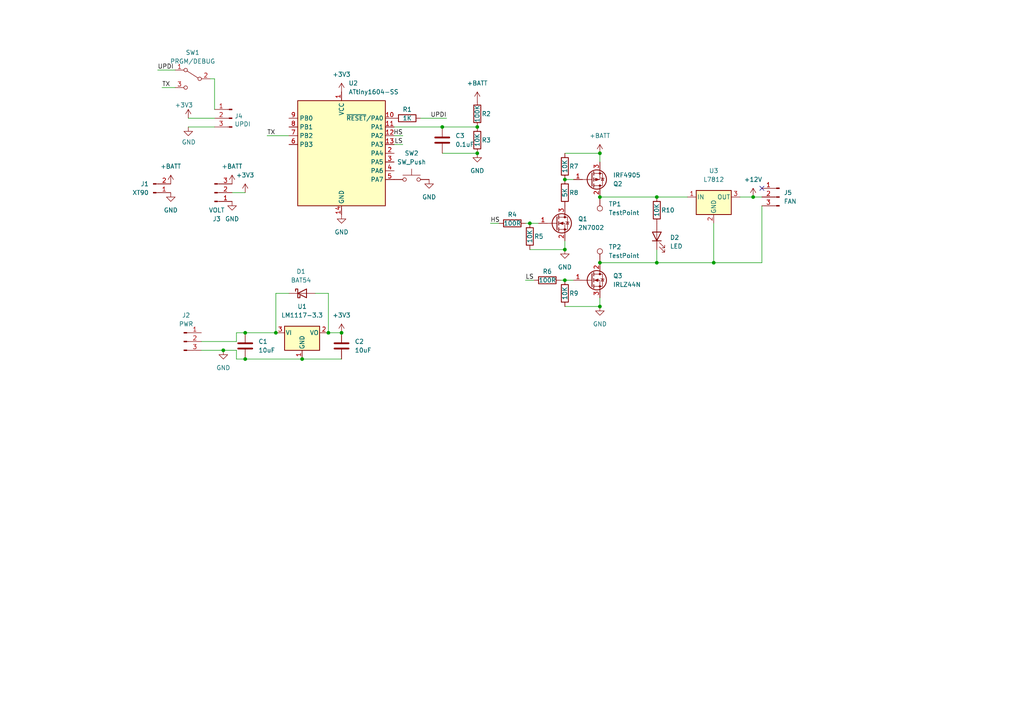
<source format=kicad_sch>
(kicad_sch (version 20211123) (generator eeschema)
  (paper "A4")
  (lib_symbols
    (symbol "Connector:Conn_01x02_Male" (pin_names (offset 1.016) hide)
      (property "Reference" "J" (at 0 2.54 0))
      (property "Value" "Conn_01x02_Male" (at 0 -5.08 0))
      (symbol "Conn_01x02_Male_1_1"
        (polyline (pts (xy 1.27 -2.54) (xy 0.8636 -2.54)) (stroke (width 0.1524)))
        (polyline (pts (xy 1.27 0) (xy 0.8636 0)) (stroke (width 0.1524)))
        (rectangle (start 0.8636 -2.413) (end 0 -2.667) (stroke (width 0.1524)) (fill (type outline)))
        (rectangle (start 0.8636 0.127) (end 0 -0.127) (stroke (width 0.1524)) (fill (type outline)))
        (pin passive line (at 5.08 0 180) (length 3.81) (name "Pin_1") (number "1"))
        (pin passive line (at 5.08 -2.54 180) (length 3.81) (name "Pin_2") (number "2"))
      )
    )
    (symbol "Connector:Conn_01x03_Male" (pin_names (offset 1.016) hide)
      (property "Reference" "J" (at 0 5.08 0))
      (property "Value" "Conn_01x03_Male" (at 0 -5.08 0))
      (symbol "Conn_01x03_Male_1_1"
        (polyline (pts (xy 1.27 -2.54) (xy 0.8636 -2.54)) (stroke (width 0.1524)))
        (polyline (pts (xy 1.27 0) (xy 0.8636 0)) (stroke (width 0.1524)))
        (polyline (pts (xy 1.27 2.54) (xy 0.8636 2.54)) (stroke (width 0.1524)))
        (rectangle (start 0.8636 -2.413) (end 0 -2.667) (stroke (width 0.1524)) (fill (type outline)))
        (rectangle (start 0.8636 0.127) (end 0 -0.127) (stroke (width 0.1524)) (fill (type outline)))
        (rectangle (start 0.8636 2.667) (end 0 2.413) (stroke (width 0.1524)) (fill (type outline)))
        (pin passive line (at 5.08 2.54 180) (length 3.81) (name "Pin_1") (number "1"))
        (pin passive line (at 5.08 0 180) (length 3.81) (name "Pin_2") (number "2"))
        (pin passive line (at 5.08 -2.54 180) (length 3.81) (name "Pin_3") (number "3"))
      )
    )
    (symbol "Connector:TestPoint" (pin_numbers hide) (pin_names (offset 0.762) hide)
      (property "Reference" "TP" (at 0 6.858 0))
      (property "Value" "TestPoint" (at 0 5.08 0))
      (symbol "TestPoint_0_1"
        (circle (center 0 3.302) (radius 0.762))
      )
      (symbol "TestPoint_1_1"
        (pin passive line (at 0 0 90) (length 2.54) (name "1") (number "1"))
      )
    )
    (symbol "Device:C" (pin_numbers hide) (pin_names (offset 0.254))
      (property "Reference" "C" (at 0.635 2.54 0))
      (property "Value" "C" (at 0.635 -2.54 0))
      (symbol "C_0_1"
        (polyline (pts (xy -2.032 -0.762) (xy 2.032 -0.762)) (stroke (width 0.508)))
        (polyline (pts (xy -2.032 0.762) (xy 2.032 0.762)) (stroke (width 0.508)))
      )
      (symbol "C_1_1"
        (pin passive line (at 0 3.81 270) (length 2.794) (name "~") (number "1"))
        (pin passive line (at 0 -3.81 90) (length 2.794) (name "~") (number "2"))
      )
    )
    (symbol "Device:D_Schottky" (pin_numbers hide) (pin_names (offset 1.016) hide)
      (property "Reference" "D" (at 0 2.54 0))
      (property "Value" "D_Schottky" (at 0 -2.54 0))
      (symbol "D_Schottky_0_1"
        (polyline (pts (xy 1.27 0) (xy -1.27 0)))
        (polyline (pts (xy 1.27 1.27) (xy 1.27 -1.27) (xy -1.27 0) (xy 1.27 1.27)) (stroke (width 0.254)))
        (polyline (pts (xy -1.905 0.635) (xy -1.905 1.27) (xy -1.27 1.27) (xy -1.27 -1.27) (xy -0.635 -1.27) (xy -0.635 -0.635)) (stroke (width 0.254)))
      )
      (symbol "D_Schottky_1_1"
        (pin passive line (at -3.81 0 0) (length 2.54) (name "K") (number "1"))
        (pin passive line (at 3.81 0 180) (length 2.54) (name "A") (number "2"))
      )
    )
    (symbol "Device:LED" (pin_numbers hide) (pin_names (offset 1.016) hide)
      (property "Reference" "D" (at 0 2.54 0))
      (property "Value" "LED" (at 0 -2.54 0))
      (symbol "LED_0_1"
        (polyline (pts (xy -1.27 -1.27) (xy -1.27 1.27)) (stroke (width 0.254)))
        (polyline (pts (xy -1.27 0) (xy 1.27 0)))
        (polyline (pts (xy 1.27 -1.27) (xy 1.27 1.27) (xy -1.27 0) (xy 1.27 -1.27)) (stroke (width 0.254)))
        (polyline (pts (xy -3.048 -0.762) (xy -4.572 -2.286) (xy -3.81 -2.286) (xy -4.572 -2.286) (xy -4.572 -1.524)))
        (polyline (pts (xy -1.778 -0.762) (xy -3.302 -2.286) (xy -2.54 -2.286) (xy -3.302 -2.286) (xy -3.302 -1.524)))
      )
      (symbol "LED_1_1"
        (pin passive line (at -3.81 0 0) (length 2.54) (name "K") (number "1"))
        (pin passive line (at 3.81 0 180) (length 2.54) (name "A") (number "2"))
      )
    )
    (symbol "Device:R" (pin_numbers hide) (pin_names (offset 0))
      (property "Reference" "R" (at 2.032 0 90))
      (property "Value" "R" (at 0 0 90))
      (symbol "R_0_1"
        (rectangle (start -1.016 -2.54) (end 1.016 2.54) (stroke (width 0.254)))
      )
      (symbol "R_1_1"
        (pin passive line (at 0 3.81 270) (length 1.27) (name "~") (number "1"))
        (pin passive line (at 0 -3.81 90) (length 1.27) (name "~") (number "2"))
      )
    )
    (symbol "MCU_Microchip_ATtiny:ATtiny1604-SS"
      (property "Reference" "U" (at -12.7 16.51 0))
      (property "Value" "ATtiny1604-SS" (at 2.54 -16.51 0))
      (symbol "ATtiny1604-SS_0_1"
        (rectangle (start -12.7 -15.24) (end 12.7 15.24) (stroke (width 0.254)) (fill (type background)))
      )
      (symbol "ATtiny1604-SS_1_1"
        (pin power_in line (at 0 17.78 270) (length 2.54) (name "VCC") (number "1"))
        (pin bidirectional line (at 15.24 10.16 180) (length 2.54) (name "~{RESET}/PA0") (number "10"))
        (pin bidirectional line (at 15.24 7.62 180) (length 2.54) (name "PA1") (number "11"))
        (pin bidirectional line (at 15.24 5.08 180) (length 2.54) (name "PA2") (number "12"))
        (pin bidirectional line (at 15.24 2.54 180) (length 2.54) (name "PA3") (number "13"))
        (pin power_in line (at 0 -17.78 90) (length 2.54) (name "GND") (number "14"))
        (pin bidirectional line (at 15.24 0 180) (length 2.54) (name "PA4") (number "2"))
        (pin bidirectional line (at 15.24 -2.54 180) (length 2.54) (name "PA5") (number "3"))
        (pin bidirectional line (at 15.24 -5.08 180) (length 2.54) (name "PA6") (number "4"))
        (pin bidirectional line (at 15.24 -7.62 180) (length 2.54) (name "PA7") (number "5"))
        (pin bidirectional line (at -15.24 2.54 0) (length 2.54) (name "PB3") (number "6"))
        (pin bidirectional line (at -15.24 5.08 0) (length 2.54) (name "PB2") (number "7"))
        (pin bidirectional line (at -15.24 7.62 0) (length 2.54) (name "PB1") (number "8"))
        (pin bidirectional line (at -15.24 10.16 0) (length 2.54) (name "PB0") (number "9"))
      )
    )
    (symbol "Regulator_Linear:L7812" (pin_names (offset 0.254))
      (property "Reference" "U" (at -3.81 3.175 0))
      (property "Value" "L7812" (at 0 3.175 0))
      (symbol "L7812_0_1"
        (rectangle (start -5.08 1.905) (end 5.08 -5.08) (stroke (width 0.254)) (fill (type background)))
      )
      (symbol "L7812_1_1"
        (pin power_in line (at -7.62 0 0) (length 2.54) (name "IN") (number "1"))
        (pin power_in line (at 0 -7.62 90) (length 2.54) (name "GND") (number "2"))
        (pin power_out line (at 7.62 0 180) (length 2.54) (name "OUT") (number "3"))
      )
    )
    (symbol "Regulator_Linear:LM1117-3.3" (pin_names (offset 0.254))
      (property "Reference" "U" (at -3.81 3.175 0))
      (property "Value" "LM1117-3.3" (at 0 3.175 0))
      (symbol "LM1117-3.3_0_1"
        (rectangle (start -5.08 -5.08) (end 5.08 1.905) (stroke (width 0.254)) (fill (type background)))
      )
      (symbol "LM1117-3.3_1_1"
        (pin power_in line (at 0 -7.62 90) (length 2.54) (name "GND") (number "1"))
        (pin power_out line (at 7.62 0 180) (length 2.54) (name "VO") (number "2"))
        (pin power_in line (at -7.62 0 0) (length 2.54) (name "VI") (number "3"))
      )
    )
    (symbol "Switch:SW_Push" (pin_numbers hide) (pin_names (offset 1.016) hide)
      (property "Reference" "SW" (at 1.27 2.54 0))
      (property "Value" "SW_Push" (at 0 -1.524 0))
      (symbol "SW_Push_0_1"
        (circle (center -2.032 0) (radius 0.508))
        (polyline (pts (xy 0 1.27) (xy 0 3.048)))
        (polyline (pts (xy 2.54 1.27) (xy -2.54 1.27)))
        (circle (center 2.032 0) (radius 0.508))
        (pin passive line (at -5.08 0 0) (length 2.54) (name "1") (number "1"))
        (pin passive line (at 5.08 0 180) (length 2.54) (name "2") (number "2"))
      )
    )
    (symbol "Switch:SW_SPDT" (pin_names (offset 0) hide)
      (property "Reference" "SW" (at 0 4.318 0))
      (property "Value" "SW_SPDT" (at 0 -5.08 0))
      (symbol "SW_SPDT_0_0"
        (circle (center -2.032 0) (radius 0.508))
        (circle (center 2.032 -2.54) (radius 0.508))
      )
      (symbol "SW_SPDT_0_1"
        (polyline (pts (xy -1.524 0.254) (xy 1.651 2.286)))
        (circle (center 2.032 2.54) (radius 0.508))
      )
      (symbol "SW_SPDT_1_1"
        (pin passive line (at 5.08 2.54 180) (length 2.54) (name "A") (number "1"))
        (pin passive line (at -5.08 0 0) (length 2.54) (name "B") (number "2"))
        (pin passive line (at 5.08 -2.54 180) (length 2.54) (name "C") (number "3"))
      )
    )
    (symbol "Transistor_FET:2N7002" (pin_names hide)
      (property "Reference" "Q" (at 5.08 1.905 0))
      (property "Value" "2N7002" (at 5.08 0 0))
      (symbol "2N7002_0_1"
        (polyline (pts (xy 0.254 0) (xy -2.54 0)))
        (polyline (pts (xy 0.254 1.905) (xy 0.254 -1.905)) (stroke (width 0.254)))
        (polyline (pts (xy 0.762 -1.27) (xy 0.762 -2.286)) (stroke (width 0.254)))
        (polyline (pts (xy 0.762 0.508) (xy 0.762 -0.508)) (stroke (width 0.254)))
        (polyline (pts (xy 0.762 2.286) (xy 0.762 1.27)) (stroke (width 0.254)))
        (polyline (pts (xy 2.54 2.54) (xy 2.54 1.778)))
        (polyline (pts (xy 2.54 -2.54) (xy 2.54 0) (xy 0.762 0)))
        (polyline (pts (xy 0.762 -1.778) (xy 3.302 -1.778) (xy 3.302 1.778) (xy 0.762 1.778)))
        (polyline (pts (xy 1.016 0) (xy 2.032 0.381) (xy 2.032 -0.381) (xy 1.016 0)) (fill (type outline)))
        (polyline (pts (xy 2.794 0.508) (xy 2.921 0.381) (xy 3.683 0.381) (xy 3.81 0.254)))
        (polyline (pts (xy 3.302 0.381) (xy 2.921 -0.254) (xy 3.683 -0.254) (xy 3.302 0.381)))
        (circle (center 1.651 0) (radius 2.794) (stroke (width 0.254)))
        (circle (center 2.54 -1.778) (radius 0.254) (fill (type outline)))
        (circle (center 2.54 1.778) (radius 0.254) (fill (type outline)))
      )
      (symbol "2N7002_1_1"
        (pin input line (at -5.08 0 0) (length 2.54) (name "G") (number "1"))
        (pin passive line (at 2.54 -5.08 90) (length 2.54) (name "S") (number "2"))
        (pin passive line (at 2.54 5.08 270) (length 2.54) (name "D") (number "3"))
      )
    )
    (symbol "Transistor_FET:IRF4905" (pin_names hide)
      (property "Reference" "Q" (at 5.08 1.905 0))
      (property "Value" "IRF4905" (at 5.08 0 0))
      (symbol "IRF4905_0_1"
        (polyline (pts (xy 0.254 0) (xy -2.54 0)))
        (polyline (pts (xy 0.254 1.905) (xy 0.254 -1.905)) (stroke (width 0.254)))
        (polyline (pts (xy 0.762 -1.27) (xy 0.762 -2.286)) (stroke (width 0.254)))
        (polyline (pts (xy 0.762 0.508) (xy 0.762 -0.508)) (stroke (width 0.254)))
        (polyline (pts (xy 0.762 2.286) (xy 0.762 1.27)) (stroke (width 0.254)))
        (polyline (pts (xy 2.54 2.54) (xy 2.54 1.778)))
        (polyline (pts (xy 2.54 -2.54) (xy 2.54 0) (xy 0.762 0)))
        (polyline (pts (xy 0.762 1.778) (xy 3.302 1.778) (xy 3.302 -1.778) (xy 0.762 -1.778)))
        (polyline (pts (xy 2.286 0) (xy 1.27 0.381) (xy 1.27 -0.381) (xy 2.286 0)) (fill (type outline)))
        (polyline (pts (xy 2.794 -0.508) (xy 2.921 -0.381) (xy 3.683 -0.381) (xy 3.81 -0.254)))
        (polyline (pts (xy 3.302 -0.381) (xy 2.921 0.254) (xy 3.683 0.254) (xy 3.302 -0.381)))
        (circle (center 1.651 0) (radius 2.794) (stroke (width 0.254)))
        (circle (center 2.54 -1.778) (radius 0.254) (fill (type outline)))
        (circle (center 2.54 1.778) (radius 0.254) (fill (type outline)))
      )
      (symbol "IRF4905_1_1"
        (pin input line (at -5.08 0 0) (length 2.54) (name "G") (number "1"))
        (pin passive line (at 2.54 5.08 270) (length 2.54) (name "D") (number "2"))
        (pin passive line (at 2.54 -5.08 90) (length 2.54) (name "S") (number "3"))
      )
    )
    (symbol "Transistor_FET:IRLZ44N" (pin_names hide)
      (property "Reference" "Q" (at 6.35 1.905 0))
      (property "Value" "IRLZ44N" (at 6.35 0 0))
      (symbol "IRLZ44N_0_1"
        (polyline (pts (xy 0.254 0) (xy -2.54 0)))
        (polyline (pts (xy 0.254 1.905) (xy 0.254 -1.905)) (stroke (width 0.254)))
        (polyline (pts (xy 0.762 -1.27) (xy 0.762 -2.286)) (stroke (width 0.254)))
        (polyline (pts (xy 0.762 0.508) (xy 0.762 -0.508)) (stroke (width 0.254)))
        (polyline (pts (xy 0.762 2.286) (xy 0.762 1.27)) (stroke (width 0.254)))
        (polyline (pts (xy 2.54 2.54) (xy 2.54 1.778)))
        (polyline (pts (xy 2.54 -2.54) (xy 2.54 0) (xy 0.762 0)))
        (polyline (pts (xy 0.762 -1.778) (xy 3.302 -1.778) (xy 3.302 1.778) (xy 0.762 1.778)))
        (polyline (pts (xy 1.016 0) (xy 2.032 0.381) (xy 2.032 -0.381) (xy 1.016 0)) (fill (type outline)))
        (polyline (pts (xy 2.794 0.508) (xy 2.921 0.381) (xy 3.683 0.381) (xy 3.81 0.254)))
        (polyline (pts (xy 3.302 0.381) (xy 2.921 -0.254) (xy 3.683 -0.254) (xy 3.302 0.381)))
        (circle (center 1.651 0) (radius 2.794) (stroke (width 0.254)))
        (circle (center 2.54 -1.778) (radius 0.254) (fill (type outline)))
        (circle (center 2.54 1.778) (radius 0.254) (fill (type outline)))
      )
      (symbol "IRLZ44N_1_1"
        (pin input line (at -5.08 0 0) (length 2.54) (name "G") (number "1"))
        (pin passive line (at 2.54 5.08 270) (length 2.54) (name "D") (number "2"))
        (pin passive line (at 2.54 -5.08 90) (length 2.54) (name "S") (number "3"))
      )
    )
    (symbol "power:+12V" (power) (pin_names (offset 0))
      (property "Value" "+12V" (at 0 3.556 0))
      (symbol "+12V_0_1"
        (polyline (pts (xy -0.762 1.27) (xy 0 2.54)))
        (polyline (pts (xy 0 0) (xy 0 2.54)))
        (polyline (pts (xy 0 2.54) (xy 0.762 1.27)))
      )
      (symbol "+12V_1_1"
        (pin power_in line (at 0 0 90) (length 0) hide (name "+12V") (number "1"))
      )
    )
    (symbol "power:+3V3" (power) (pin_names (offset 0))
      (property "Value" "+3V3" (at 0 3.556 0))
      (symbol "+3V3_0_1"
        (polyline (pts (xy -0.762 1.27) (xy 0 2.54)))
        (polyline (pts (xy 0 0) (xy 0 2.54)))
        (polyline (pts (xy 0 2.54) (xy 0.762 1.27)))
      )
      (symbol "+3V3_1_1"
        (pin power_in line (at 0 0 90) (length 0) hide (name "+3V3") (number "1"))
      )
    )
    (symbol "power:+BATT" (power) (pin_names (offset 0))
      (property "Value" "+BATT" (at 0 3.556 0))
      (symbol "+BATT_0_1"
        (polyline (pts (xy -0.762 1.27) (xy 0 2.54)))
        (polyline (pts (xy 0 0) (xy 0 2.54)))
        (polyline (pts (xy 0 2.54) (xy 0.762 1.27)))
      )
      (symbol "+BATT_1_1"
        (pin power_in line (at 0 0 90) (length 0) hide (name "+BATT") (number "1"))
      )
    )
    (symbol "power:GND" (power) (pin_names (offset 0))
      (property "Value" "GND" (at 0 -3.81 0))
      (symbol "GND_0_1"
        (polyline (pts (xy 0 0) (xy 0 -1.27) (xy 1.27 -1.27) (xy 0 -2.54) (xy -1.27 -1.27) (xy 0 -1.27)))
      )
      (symbol "GND_1_1"
        (pin power_in line (at 0 0 270) (length 0) hide (name "GND") (number "1"))
      )
    )
  )
  (junction (at 95.25 96.52))
  (junction (at 153.67 64.77))
  (junction (at 163.83 81.28))
  (junction (at 71.12 104.14))
  (junction (at 173.99 57.15))
  (junction (at 173.99 44.45))
  (junction (at 80.01 96.52))
  (junction (at 190.5 57.15))
  (junction (at 128.27 36.83))
  (junction (at 218.44 57.15))
  (junction (at 207.01 76.2))
  (junction (at 99.06 96.52))
  (junction (at 64.77 101.6))
  (junction (at 190.5 76.2))
  (junction (at 163.83 52.07))
  (junction (at 87.63 104.14))
  (junction (at 138.43 44.45))
  (junction (at 163.83 72.39))
  (junction (at 138.43 36.83))
  (junction (at 173.99 76.2))
  (junction (at 71.12 96.52))
  (junction (at 173.99 88.9))
  (no_connect (at 220.98 54.61))
  (wire (pts (xy 50.8 25.4) (xy 46.99 25.4)))
  (wire (pts (xy 218.44 57.15) (xy 220.98 57.15)))
  (wire (pts (xy 173.99 57.15) (xy 190.5 57.15)))
  (wire (pts (xy 128.27 44.45) (xy 138.43 44.45)))
  (wire (pts (xy 68.58 104.14) (xy 71.12 104.14)))
  (wire (pts (xy 68.58 96.52) (xy 71.12 96.52)))
  (wire (pts (xy 50.8 20.32) (xy 45.72 20.32)))
  (wire (pts (xy 163.83 52.07) (xy 166.37 52.07)))
  (wire (pts (xy 152.4 81.28) (xy 154.94 81.28)))
  (wire (pts (xy 58.42 101.6) (xy 64.77 101.6)))
  (wire (pts (xy 83.82 39.37) (xy 77.47 39.37)))
  (wire (pts (xy 114.3 36.83) (xy 128.27 36.83)))
  (wire (pts (xy 58.42 99.06) (xy 68.58 99.06)))
  (wire (pts (xy 62.23 22.86) (xy 62.23 31.75)))
  (wire (pts (xy 190.5 72.39) (xy 190.5 76.2)))
  (wire (pts (xy 173.99 88.9) (xy 173.99 86.36)))
  (wire (pts (xy 163.83 44.45) (xy 173.99 44.45)))
  (wire (pts (xy 214.63 57.15) (xy 218.44 57.15)))
  (wire (pts (xy 153.67 64.77) (xy 156.21 64.77)))
  (wire (pts (xy 142.24 64.77) (xy 144.78 64.77)))
  (wire (pts (xy 91.44 85.09) (xy 95.25 85.09)))
  (wire (pts (xy 54.61 36.83) (xy 62.23 36.83)))
  (wire (pts (xy 60.96 22.86) (xy 62.23 22.86)))
  (wire (pts (xy 67.31 55.88) (xy 71.12 55.88)))
  (wire (pts (xy 95.25 96.52) (xy 99.06 96.52)))
  (wire (pts (xy 153.67 72.39) (xy 163.83 72.39)))
  (wire (pts (xy 80.01 85.09) (xy 80.01 96.52)))
  (wire (pts (xy 152.4 64.77) (xy 153.67 64.77)))
  (wire (pts (xy 173.99 76.2) (xy 190.5 76.2)))
  (wire (pts (xy 163.83 81.28) (xy 166.37 81.28)))
  (wire (pts (xy 71.12 104.14) (xy 87.63 104.14)))
  (wire (pts (xy 68.58 99.06) (xy 68.58 96.52)))
  (wire (pts (xy 54.61 34.29) (xy 62.23 34.29)))
  (wire (pts (xy 190.5 76.2) (xy 207.01 76.2)))
  (wire (pts (xy 207.01 76.2) (xy 220.98 76.2)))
  (wire (pts (xy 87.63 104.14) (xy 99.06 104.14)))
  (wire (pts (xy 190.5 57.15) (xy 199.39 57.15)))
  (wire (pts (xy 163.83 72.39) (xy 163.83 69.85)))
  (wire (pts (xy 68.58 104.14) (xy 68.58 101.6)))
  (wire (pts (xy 173.99 44.45) (xy 173.99 46.99)))
  (wire (pts (xy 121.92 34.29) (xy 129.54 34.29)))
  (wire (pts (xy 128.27 36.83) (xy 138.43 36.83)))
  (wire (pts (xy 83.82 85.09) (xy 80.01 85.09)))
  (wire (pts (xy 95.25 85.09) (xy 95.25 96.52)))
  (wire (pts (xy 162.56 81.28) (xy 163.83 81.28)))
  (wire (pts (xy 220.98 76.2) (xy 220.98 59.69)))
  (wire (pts (xy 116.84 39.37) (xy 114.3 39.37)))
  (wire (pts (xy 68.58 101.6) (xy 64.77 101.6)))
  (wire (pts (xy 71.12 96.52) (xy 80.01 96.52)))
  (wire (pts (xy 207.01 76.2) (xy 207.01 64.77)))
  (wire (pts (xy 163.83 88.9) (xy 173.99 88.9)))
  (wire (pts (xy 116.84 41.91) (xy 114.3 41.91)))
  (label "LS" (at 152.4 81.28 0))
  (label "HS" (at 142.24 64.77 0))
  (label "TX" (at 77.47 39.37 0))
  (label "HS" (at 116.84 39.37 180))
  (label "UPDI" (at 45.72 20.32 0))
  (label "LS" (at 116.84 41.91 180))
  (label "UPDI" (at 129.54 34.29 180))
  (label "TX" (at 46.99 25.4 0))
  (symbol (lib_id "Regulator_Linear:LM1117-3.3") (at 87.63 96.52 0) (unit 1)
    (property "Reference" "U1" (at 87.63 88.9 0))
    (property "Value" "LM1117-3.3" (at 87.63 91.44 0))
    (property "Footprint" "Package_TO_SOT_SMD:SOT-223-3_TabPin2" (effects hide))
    (property "Datasheet" "http://www.ti.com/lit/ds/symlink/lm1117.pdf" (effects hide))
  )
  (symbol (lib_id "Device:D_Schottky") (at 87.63 85.09 0) (unit 1)
    (property "Reference" "D1" (at 87.3125 78.74 0))
    (property "Value" "BAT54" (at 87.3125 81.28 0))
    (property "Footprint" "Diode_SMD:D_SOD-123" (effects hide))
  )
  (symbol (lib_id "power:+3V3") (at 71.12 55.88 0) (unit 1)
    (property "Reference" "#PWR08" (effects hide))
    (property "Value" "+3V3" (at 71.12 50.8 0))
  )
  (symbol (lib_id "power:+3V3") (at 99.06 96.52 0) (unit 1)
    (property "Reference" "#PWR011" (effects hide))
    (property "Value" "+3V3" (at 99.06 91.44 0))
  )
  (symbol (lib_id "power:GND") (at 99.06 62.23 0) (unit 1)
    (property "Reference" "#PWR010" (effects hide))
    (property "Value" "GND" (at 99.06 67.31 0))
  )
  (symbol (lib_id "Transistor_FET:2N7002") (at 161.29 64.77 0) (unit 1)
    (property "Reference" "Q1" (at 167.64 63.4999 0) (effects (justify left)))
    (property "Value" "2N7002" (at 167.64 66.0399 0) (effects (justify left)))
    (property "Footprint" "Package_TO_SOT_SMD:SOT-23" (effects hide))
    (property "Datasheet" "https://www.onsemi.com/pub/Collateral/NDS7002A-D.PDF" (effects hide))
  )
  (symbol (lib_id "Connector:TestPoint") (at 173.99 57.15 180) (unit 1)
    (property "Reference" "TP1" (at 176.53 59.1819 0) (effects (justify right)))
    (property "Value" "TestPoint" (at 176.53 61.7219 0) (effects (justify right)))
    (property "Footprint" "MountingHole:MountingHole_3.2mm_M3_DIN965_Pad" (effects hide))
  )
  (symbol (lib_id "power:GND") (at 67.31 58.42 0) (unit 1)
    (property "Reference" "#PWR07" (effects hide))
    (property "Value" "GND" (at 67.31 63.5 0))
  )
  (symbol (lib_id "power:GND") (at 49.53 55.88 0) (unit 1)
    (property "Reference" "#PWR02" (effects hide))
    (property "Value" "GND" (at 49.53 60.96 0))
  )
  (symbol (lib_id "Device:R") (at 163.83 48.26 0) (unit 1)
    (property "Reference" "R7" (at 165.1 48.26 0) (effects (justify left)))
    (property "Value" "10K" (at 163.83 48.26 90))
    (property "Footprint" "Resistor_SMD:R_1206_3216Metric" (effects hide))
  )
  (symbol (lib_id "power:GND") (at 138.43 44.45 0) (unit 1)
    (property "Reference" "#PWR014" (effects hide))
    (property "Value" "GND" (at 138.43 49.53 0))
  )
  (symbol (lib_id "power:GND") (at 163.83 72.39 0) (unit 1)
    (property "Reference" "#PWR015" (effects hide))
    (property "Value" "GND" (at 163.83 77.47 0))
  )
  (symbol (lib_id "power:GND") (at 64.77 101.6 0) (unit 1)
    (property "Reference" "#PWR05" (effects hide))
    (property "Value" "GND" (at 64.77 106.68 0))
  )
  (symbol (lib_id "Device:C") (at 128.27 40.64 0) (unit 1)
    (property "Reference" "C3" (at 132.08 39.3699 0) (effects (justify left)))
    (property "Value" "0.1uF" (at 132.08 41.9099 0) (effects (justify left)))
    (property "Footprint" "Capacitor_SMD:C_0805_2012Metric" (effects hide))
  )
  (symbol (lib_id "Regulator_Linear:L7812") (at 207.01 57.15 0) (unit 1)
    (property "Reference" "U3" (at 207.01 49.53 0))
    (property "Value" "L7812" (at 207.01 52.07 0))
    (property "Footprint" "Package_TO_SOT_THT:TO-220-3_Horizontal_TabDown" (effects hide))
    (property "Datasheet" "http://www.st.com/content/ccc/resource/technical/document/datasheet/41/4f/b3/b0/12/d4/47/88/CD00000444.pdf/files/CD00000444.pdf/jcr:content/translations/en.CD00000444.pdf" (effects hide))
  )
  (symbol (lib_id "power:+3V3") (at 54.61 34.29 0) (unit 1)
    (property "Reference" "#PWR03" (effects hide))
    (property "Value" "+3V3" (at 53.34 30.48 0))
  )
  (symbol (lib_id "Device:R") (at 158.75 81.28 90) (unit 1)
    (property "Reference" "R6" (at 158.75 78.74 90))
    (property "Value" "100R" (at 158.75 81.28 90))
    (property "Footprint" "Resistor_SMD:R_1206_3216Metric" (effects hide))
  )
  (symbol (lib_id "power:+12V") (at 218.44 57.15 0) (unit 1)
    (property "Reference" "#PWR018" (effects hide))
    (property "Value" "+12V" (at 218.44 52.07 0))
  )
  (symbol (lib_id "power:+BATT") (at 49.53 53.34 0) (unit 1)
    (property "Reference" "#PWR01" (effects hide))
    (property "Value" "+BATT" (at 49.53 48.26 0))
  )
  (symbol (lib_id "Connector:Conn_01x03_Male") (at 67.31 34.29 0) (mirror y) (unit 1)
    (property "Reference" "J4" (at 68.0212 33.6804 0) (effects (justify right)))
    (property "Value" "UPDI" (at 68.0212 35.9918 0) (effects (justify right)))
    (property "Footprint" "Connector_PinHeader_2.54mm:PinHeader_1x03_P2.54mm_Vertical" (effects hide))
  )
  (symbol (lib_id "Device:C") (at 99.06 100.33 0) (unit 1)
    (property "Reference" "C2" (at 102.87 99.0599 0) (effects (justify left)))
    (property "Value" "10uF" (at 102.87 101.5999 0) (effects (justify left)))
    (property "Footprint" "Capacitor_SMD:C_0805_2012Metric" (effects hide))
  )
  (symbol (lib_id "power:+BATT") (at 138.43 29.21 0) (unit 1)
    (property "Reference" "#PWR013" (effects hide))
    (property "Value" "+BATT" (at 138.43 24.13 0))
  )
  (symbol (lib_id "Device:R") (at 138.43 33.02 0) (unit 1)
    (property "Reference" "R2" (at 139.7 33.02 0) (effects (justify left)))
    (property "Value" "100K" (at 138.43 33.02 90))
    (property "Footprint" "Resistor_SMD:R_1206_3216Metric" (effects hide))
  )
  (symbol (lib_id "Connector:Conn_01x03_Male") (at 53.34 99.06 0) (unit 1)
    (property "Reference" "J2" (at 53.975 91.44 0))
    (property "Value" "PWR" (at 53.975 93.98 0))
    (property "Footprint" "Connector_PinHeader_2.54mm:PinHeader_1x03_P2.54mm_Vertical" (effects hide))
  )
  (symbol (lib_id "Device:R") (at 190.5 60.96 0) (unit 1)
    (property "Reference" "R10" (at 191.77 60.96 0) (effects (justify left)))
    (property "Value" "10K" (at 190.5 60.96 90))
    (property "Footprint" "Resistor_SMD:R_1206_3216Metric" (effects hide))
  )
  (symbol (lib_id "power:+3V3") (at 99.06 26.67 0) (unit 1)
    (property "Reference" "#PWR09" (effects hide))
    (property "Value" "+3V3" (at 99.06 21.59 0))
  )
  (symbol (lib_id "Transistor_FET:IRF4905") (at 171.45 52.07 0) (mirror x) (unit 1)
    (property "Reference" "Q2" (at 177.8 53.3401 0) (effects (justify left)))
    (property "Value" "IRF4905" (at 177.8 50.8001 0) (effects (justify left)))
    (property "Footprint" "Package_TO_SOT_THT:TO-220-3_Horizontal_TabDown" (effects hide))
    (property "Datasheet" "http://www.infineon.com/dgdl/irf4905.pdf?fileId=5546d462533600a4015355e32165197c" (effects hide))
  )
  (symbol (lib_id "Device:R") (at 163.83 55.88 0) (unit 1)
    (property "Reference" "R8" (at 165.1 55.88 0) (effects (justify left)))
    (property "Value" "5K" (at 163.83 55.88 90))
    (property "Footprint" "Resistor_SMD:R_1206_3216Metric" (effects hide))
  )
  (symbol (lib_id "Switch:SW_Push") (at 119.38 52.07 0) (unit 1)
    (property "Reference" "SW2" (at 119.38 44.45 0))
    (property "Value" "SW_Push" (at 119.38 46.99 0))
    (property "Footprint" "Button_Switch_THT:SW_PUSH_6mm" (effects hide))
  )
  (symbol (lib_id "Device:LED") (at 190.5 68.58 90) (unit 1)
    (property "Reference" "D2" (at 194.31 68.8974 90) (effects (justify right)))
    (property "Value" "LED" (at 194.31 71.4374 90) (effects (justify right)))
    (property "Footprint" "LED_THT:LED_D5.0mm" (effects hide))
  )
  (symbol (lib_id "Connector:TestPoint") (at 173.99 76.2 0) (unit 1)
    (property "Reference" "TP2" (at 176.53 71.6279 0) (effects (justify left)))
    (property "Value" "TestPoint" (at 176.53 74.1679 0) (effects (justify left)))
    (property "Footprint" "MountingHole:MountingHole_3.2mm_M3_DIN965_Pad" (effects hide))
  )
  (symbol (lib_id "power:+BATT") (at 173.99 44.45 0) (unit 1)
    (property "Reference" "#PWR016" (effects hide))
    (property "Value" "+BATT" (at 173.99 39.37 0))
  )
  (symbol (lib_id "Device:R") (at 163.83 85.09 0) (unit 1)
    (property "Reference" "R9" (at 165.1 85.09 0) (effects (justify left)))
    (property "Value" "10K" (at 163.83 85.09 90))
    (property "Footprint" "Resistor_SMD:R_1206_3216Metric" (effects hide))
  )
  (symbol (lib_id "power:GND") (at 173.99 88.9 0) (unit 1)
    (property "Reference" "#PWR017" (effects hide))
    (property "Value" "GND" (at 173.99 93.98 0))
  )
  (symbol (lib_id "Switch:SW_SPDT") (at 55.88 22.86 0) (mirror y) (unit 1)
    (property "Reference" "SW1" (at 55.88 15.24 0))
    (property "Value" "PRGM/DEBUG" (at 55.88 17.78 0))
    (property "Footprint" "Button_Switch_THT:SW_Slide_1P2T_CK_OS102011MS2Q" (effects hide))
  )
  (symbol (lib_id "Device:R") (at 138.43 40.64 0) (unit 1)
    (property "Reference" "R3" (at 139.7 40.64 0) (effects (justify left)))
    (property "Value" "10K" (at 138.43 40.64 90))
    (property "Footprint" "Resistor_SMD:R_1206_3216Metric" (effects hide))
  )
  (symbol (lib_id "MCU_Microchip_ATtiny:ATtiny1604-SS") (at 99.06 44.45 0) (unit 1)
    (property "Reference" "U2" (at 101.0794 24.13 0) (effects (justify left)))
    (property "Value" "ATtiny1604-SS" (at 101.0794 26.67 0) (effects (justify left)))
    (property "Footprint" "Package_SO:SOIC-14_3.9x8.7mm_P1.27mm" (effects hide))
    (property "Datasheet" "http://ww1.microchip.com/downloads/en/DeviceDoc/ATtiny804_1604-Data-Sheet-40002028A.pdf" (effects hide))
  )
  (symbol (lib_id "Connector:Conn_01x02_Male") (at 44.45 55.88 0) (mirror x) (unit 1)
    (property "Reference" "J1" (at 43.18 53.3399 0) (effects (justify right)))
    (property "Value" "XT90" (at 43.18 55.8799 0) (effects (justify right)))
    (property "Footprint" "discharger:XT90" (effects hide))
  )
  (symbol (lib_id "Connector:Conn_01x03_Male") (at 226.06 57.15 0) (mirror y) (unit 1)
    (property "Reference" "J5" (at 227.33 55.8799 0) (effects (justify right)))
    (property "Value" "FAN" (at 227.33 58.4199 0) (effects (justify right)))
    (property "Footprint" "Connector_PinHeader_2.54mm:PinHeader_1x03_P2.54mm_Vertical" (effects hide))
  )
  (symbol (lib_id "Transistor_FET:IRLZ44N") (at 171.45 81.28 0) (unit 1)
    (property "Reference" "Q3" (at 177.8 80.0099 0) (effects (justify left)))
    (property "Value" "IRLZ44N" (at 177.8 82.5499 0) (effects (justify left)))
    (property "Footprint" "Package_TO_SOT_THT:TO-220-3_Horizontal_TabDown" (effects hide))
    (property "Datasheet" "http://www.irf.com/product-info/datasheets/data/irlz44n.pdf" (effects hide))
  )
  (symbol (lib_id "power:GND") (at 124.46 52.07 0) (unit 1)
    (property "Reference" "#PWR012" (effects hide))
    (property "Value" "GND" (at 124.46 57.15 0))
  )
  (symbol (lib_id "Connector:Conn_01x03_Male") (at 62.23 55.88 0) (mirror x) (unit 1)
    (property "Reference" "J3" (at 62.865 63.5 0))
    (property "Value" "VOLT" (at 62.865 60.96 0))
    (property "Footprint" "discharger:BattMonitor" (effects hide))
  )
  (symbol (lib_id "Device:C") (at 71.12 100.33 0) (unit 1)
    (property "Reference" "C1" (at 74.93 99.0599 0) (effects (justify left)))
    (property "Value" "10uF" (at 74.93 101.5999 0) (effects (justify left)))
    (property "Footprint" "Capacitor_SMD:C_0805_2012Metric" (effects hide))
  )
  (symbol (lib_id "Device:R") (at 153.67 68.58 0) (unit 1)
    (property "Reference" "R5" (at 154.94 68.58 0) (effects (justify left)))
    (property "Value" "10K" (at 153.67 68.58 90))
    (property "Footprint" "Resistor_SMD:R_1206_3216Metric" (effects hide))
  )
  (symbol (lib_id "Device:R") (at 148.59 64.77 90) (unit 1)
    (property "Reference" "R4" (at 148.59 62.23 90))
    (property "Value" "100R" (at 148.59 64.77 90))
    (property "Footprint" "Resistor_SMD:R_1206_3216Metric" (effects hide))
  )
  (symbol (lib_id "power:GND") (at 54.61 36.83 0) (unit 1)
    (property "Reference" "#PWR04" (effects hide))
    (property "Value" "GND" (at 54.737 41.2242 0))
  )
  (symbol (lib_id "Device:R") (at 118.11 34.29 90) (unit 1)
    (property "Reference" "R1" (at 118.11 31.75 90))
    (property "Value" "1K" (at 118.11 34.29 90))
    (property "Footprint" "Resistor_SMD:R_1206_3216Metric" (effects hide))
  )
  (symbol (lib_id "power:+BATT") (at 67.31 53.34 0) (unit 1)
    (property "Reference" "#PWR06" (effects hide))
    (property "Value" "+BATT" (at 67.31 48.26 0))
  )
)
</source>
